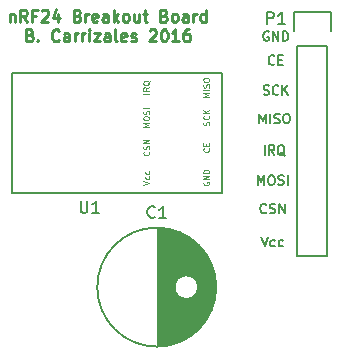
<source format=gto>
G04 #@! TF.FileFunction,Legend,Top*
%FSLAX46Y46*%
G04 Gerber Fmt 4.6, Leading zero omitted, Abs format (unit mm)*
G04 Created by KiCad (PCBNEW 4.0.2-stable) date Sunday, September 04, 2016 'PMt' 11:12:12 PM*
%MOMM*%
G01*
G04 APERTURE LIST*
%ADD10C,0.100000*%
%ADD11C,0.250000*%
%ADD12C,0.200000*%
%ADD13C,0.150000*%
%ADD14C,0.125000*%
G04 APERTURE END LIST*
D10*
D11*
X129231475Y-112752714D02*
X129231475Y-113419381D01*
X129231475Y-112847952D02*
X129279094Y-112800333D01*
X129374332Y-112752714D01*
X129517190Y-112752714D01*
X129612428Y-112800333D01*
X129660047Y-112895571D01*
X129660047Y-113419381D01*
X130707666Y-113419381D02*
X130374332Y-112943190D01*
X130136237Y-113419381D02*
X130136237Y-112419381D01*
X130517190Y-112419381D01*
X130612428Y-112467000D01*
X130660047Y-112514619D01*
X130707666Y-112609857D01*
X130707666Y-112752714D01*
X130660047Y-112847952D01*
X130612428Y-112895571D01*
X130517190Y-112943190D01*
X130136237Y-112943190D01*
X131469571Y-112895571D02*
X131136237Y-112895571D01*
X131136237Y-113419381D02*
X131136237Y-112419381D01*
X131612428Y-112419381D01*
X131945761Y-112514619D02*
X131993380Y-112467000D01*
X132088618Y-112419381D01*
X132326714Y-112419381D01*
X132421952Y-112467000D01*
X132469571Y-112514619D01*
X132517190Y-112609857D01*
X132517190Y-112705095D01*
X132469571Y-112847952D01*
X131898142Y-113419381D01*
X132517190Y-113419381D01*
X133374333Y-112752714D02*
X133374333Y-113419381D01*
X133136237Y-112371762D02*
X132898142Y-113086048D01*
X133517190Y-113086048D01*
X134993381Y-112895571D02*
X135136238Y-112943190D01*
X135183857Y-112990810D01*
X135231476Y-113086048D01*
X135231476Y-113228905D01*
X135183857Y-113324143D01*
X135136238Y-113371762D01*
X135041000Y-113419381D01*
X134660047Y-113419381D01*
X134660047Y-112419381D01*
X134993381Y-112419381D01*
X135088619Y-112467000D01*
X135136238Y-112514619D01*
X135183857Y-112609857D01*
X135183857Y-112705095D01*
X135136238Y-112800333D01*
X135088619Y-112847952D01*
X134993381Y-112895571D01*
X134660047Y-112895571D01*
X135660047Y-113419381D02*
X135660047Y-112752714D01*
X135660047Y-112943190D02*
X135707666Y-112847952D01*
X135755285Y-112800333D01*
X135850523Y-112752714D01*
X135945762Y-112752714D01*
X136660048Y-113371762D02*
X136564810Y-113419381D01*
X136374333Y-113419381D01*
X136279095Y-113371762D01*
X136231476Y-113276524D01*
X136231476Y-112895571D01*
X136279095Y-112800333D01*
X136374333Y-112752714D01*
X136564810Y-112752714D01*
X136660048Y-112800333D01*
X136707667Y-112895571D01*
X136707667Y-112990810D01*
X136231476Y-113086048D01*
X137564810Y-113419381D02*
X137564810Y-112895571D01*
X137517191Y-112800333D01*
X137421953Y-112752714D01*
X137231476Y-112752714D01*
X137136238Y-112800333D01*
X137564810Y-113371762D02*
X137469572Y-113419381D01*
X137231476Y-113419381D01*
X137136238Y-113371762D01*
X137088619Y-113276524D01*
X137088619Y-113181286D01*
X137136238Y-113086048D01*
X137231476Y-113038429D01*
X137469572Y-113038429D01*
X137564810Y-112990810D01*
X138041000Y-113419381D02*
X138041000Y-112419381D01*
X138136238Y-113038429D02*
X138421953Y-113419381D01*
X138421953Y-112752714D02*
X138041000Y-113133667D01*
X138993381Y-113419381D02*
X138898143Y-113371762D01*
X138850524Y-113324143D01*
X138802905Y-113228905D01*
X138802905Y-112943190D01*
X138850524Y-112847952D01*
X138898143Y-112800333D01*
X138993381Y-112752714D01*
X139136239Y-112752714D01*
X139231477Y-112800333D01*
X139279096Y-112847952D01*
X139326715Y-112943190D01*
X139326715Y-113228905D01*
X139279096Y-113324143D01*
X139231477Y-113371762D01*
X139136239Y-113419381D01*
X138993381Y-113419381D01*
X140183858Y-112752714D02*
X140183858Y-113419381D01*
X139755286Y-112752714D02*
X139755286Y-113276524D01*
X139802905Y-113371762D01*
X139898143Y-113419381D01*
X140041001Y-113419381D01*
X140136239Y-113371762D01*
X140183858Y-113324143D01*
X140517191Y-112752714D02*
X140898143Y-112752714D01*
X140660048Y-112419381D02*
X140660048Y-113276524D01*
X140707667Y-113371762D01*
X140802905Y-113419381D01*
X140898143Y-113419381D01*
X142326716Y-112895571D02*
X142469573Y-112943190D01*
X142517192Y-112990810D01*
X142564811Y-113086048D01*
X142564811Y-113228905D01*
X142517192Y-113324143D01*
X142469573Y-113371762D01*
X142374335Y-113419381D01*
X141993382Y-113419381D01*
X141993382Y-112419381D01*
X142326716Y-112419381D01*
X142421954Y-112467000D01*
X142469573Y-112514619D01*
X142517192Y-112609857D01*
X142517192Y-112705095D01*
X142469573Y-112800333D01*
X142421954Y-112847952D01*
X142326716Y-112895571D01*
X141993382Y-112895571D01*
X143136239Y-113419381D02*
X143041001Y-113371762D01*
X142993382Y-113324143D01*
X142945763Y-113228905D01*
X142945763Y-112943190D01*
X142993382Y-112847952D01*
X143041001Y-112800333D01*
X143136239Y-112752714D01*
X143279097Y-112752714D01*
X143374335Y-112800333D01*
X143421954Y-112847952D01*
X143469573Y-112943190D01*
X143469573Y-113228905D01*
X143421954Y-113324143D01*
X143374335Y-113371762D01*
X143279097Y-113419381D01*
X143136239Y-113419381D01*
X144326716Y-113419381D02*
X144326716Y-112895571D01*
X144279097Y-112800333D01*
X144183859Y-112752714D01*
X143993382Y-112752714D01*
X143898144Y-112800333D01*
X144326716Y-113371762D02*
X144231478Y-113419381D01*
X143993382Y-113419381D01*
X143898144Y-113371762D01*
X143850525Y-113276524D01*
X143850525Y-113181286D01*
X143898144Y-113086048D01*
X143993382Y-113038429D01*
X144231478Y-113038429D01*
X144326716Y-112990810D01*
X144802906Y-113419381D02*
X144802906Y-112752714D01*
X144802906Y-112943190D02*
X144850525Y-112847952D01*
X144898144Y-112800333D01*
X144993382Y-112752714D01*
X145088621Y-112752714D01*
X145850526Y-113419381D02*
X145850526Y-112419381D01*
X145850526Y-113371762D02*
X145755288Y-113419381D01*
X145564811Y-113419381D01*
X145469573Y-113371762D01*
X145421954Y-113324143D01*
X145374335Y-113228905D01*
X145374335Y-112943190D01*
X145421954Y-112847952D01*
X145469573Y-112800333D01*
X145564811Y-112752714D01*
X145755288Y-112752714D01*
X145850526Y-112800333D01*
X130945762Y-114545571D02*
X131088619Y-114593190D01*
X131136238Y-114640810D01*
X131183857Y-114736048D01*
X131183857Y-114878905D01*
X131136238Y-114974143D01*
X131088619Y-115021762D01*
X130993381Y-115069381D01*
X130612428Y-115069381D01*
X130612428Y-114069381D01*
X130945762Y-114069381D01*
X131041000Y-114117000D01*
X131088619Y-114164619D01*
X131136238Y-114259857D01*
X131136238Y-114355095D01*
X131088619Y-114450333D01*
X131041000Y-114497952D01*
X130945762Y-114545571D01*
X130612428Y-114545571D01*
X131612428Y-114974143D02*
X131660047Y-115021762D01*
X131612428Y-115069381D01*
X131564809Y-115021762D01*
X131612428Y-114974143D01*
X131612428Y-115069381D01*
X133421952Y-114974143D02*
X133374333Y-115021762D01*
X133231476Y-115069381D01*
X133136238Y-115069381D01*
X132993380Y-115021762D01*
X132898142Y-114926524D01*
X132850523Y-114831286D01*
X132802904Y-114640810D01*
X132802904Y-114497952D01*
X132850523Y-114307476D01*
X132898142Y-114212238D01*
X132993380Y-114117000D01*
X133136238Y-114069381D01*
X133231476Y-114069381D01*
X133374333Y-114117000D01*
X133421952Y-114164619D01*
X134279095Y-115069381D02*
X134279095Y-114545571D01*
X134231476Y-114450333D01*
X134136238Y-114402714D01*
X133945761Y-114402714D01*
X133850523Y-114450333D01*
X134279095Y-115021762D02*
X134183857Y-115069381D01*
X133945761Y-115069381D01*
X133850523Y-115021762D01*
X133802904Y-114926524D01*
X133802904Y-114831286D01*
X133850523Y-114736048D01*
X133945761Y-114688429D01*
X134183857Y-114688429D01*
X134279095Y-114640810D01*
X134755285Y-115069381D02*
X134755285Y-114402714D01*
X134755285Y-114593190D02*
X134802904Y-114497952D01*
X134850523Y-114450333D01*
X134945761Y-114402714D01*
X135041000Y-114402714D01*
X135374333Y-115069381D02*
X135374333Y-114402714D01*
X135374333Y-114593190D02*
X135421952Y-114497952D01*
X135469571Y-114450333D01*
X135564809Y-114402714D01*
X135660048Y-114402714D01*
X135993381Y-115069381D02*
X135993381Y-114402714D01*
X135993381Y-114069381D02*
X135945762Y-114117000D01*
X135993381Y-114164619D01*
X136041000Y-114117000D01*
X135993381Y-114069381D01*
X135993381Y-114164619D01*
X136374333Y-114402714D02*
X136898143Y-114402714D01*
X136374333Y-115069381D01*
X136898143Y-115069381D01*
X137707667Y-115069381D02*
X137707667Y-114545571D01*
X137660048Y-114450333D01*
X137564810Y-114402714D01*
X137374333Y-114402714D01*
X137279095Y-114450333D01*
X137707667Y-115021762D02*
X137612429Y-115069381D01*
X137374333Y-115069381D01*
X137279095Y-115021762D01*
X137231476Y-114926524D01*
X137231476Y-114831286D01*
X137279095Y-114736048D01*
X137374333Y-114688429D01*
X137612429Y-114688429D01*
X137707667Y-114640810D01*
X138326714Y-115069381D02*
X138231476Y-115021762D01*
X138183857Y-114926524D01*
X138183857Y-114069381D01*
X139088620Y-115021762D02*
X138993382Y-115069381D01*
X138802905Y-115069381D01*
X138707667Y-115021762D01*
X138660048Y-114926524D01*
X138660048Y-114545571D01*
X138707667Y-114450333D01*
X138802905Y-114402714D01*
X138993382Y-114402714D01*
X139088620Y-114450333D01*
X139136239Y-114545571D01*
X139136239Y-114640810D01*
X138660048Y-114736048D01*
X139517191Y-115021762D02*
X139612429Y-115069381D01*
X139802905Y-115069381D01*
X139898144Y-115021762D01*
X139945763Y-114926524D01*
X139945763Y-114878905D01*
X139898144Y-114783667D01*
X139802905Y-114736048D01*
X139660048Y-114736048D01*
X139564810Y-114688429D01*
X139517191Y-114593190D01*
X139517191Y-114545571D01*
X139564810Y-114450333D01*
X139660048Y-114402714D01*
X139802905Y-114402714D01*
X139898144Y-114450333D01*
X141088620Y-114164619D02*
X141136239Y-114117000D01*
X141231477Y-114069381D01*
X141469573Y-114069381D01*
X141564811Y-114117000D01*
X141612430Y-114164619D01*
X141660049Y-114259857D01*
X141660049Y-114355095D01*
X141612430Y-114497952D01*
X141041001Y-115069381D01*
X141660049Y-115069381D01*
X142279096Y-114069381D02*
X142374335Y-114069381D01*
X142469573Y-114117000D01*
X142517192Y-114164619D01*
X142564811Y-114259857D01*
X142612430Y-114450333D01*
X142612430Y-114688429D01*
X142564811Y-114878905D01*
X142517192Y-114974143D01*
X142469573Y-115021762D01*
X142374335Y-115069381D01*
X142279096Y-115069381D01*
X142183858Y-115021762D01*
X142136239Y-114974143D01*
X142088620Y-114878905D01*
X142041001Y-114688429D01*
X142041001Y-114450333D01*
X142088620Y-114259857D01*
X142136239Y-114164619D01*
X142183858Y-114117000D01*
X142279096Y-114069381D01*
X143564811Y-115069381D02*
X142993382Y-115069381D01*
X143279096Y-115069381D02*
X143279096Y-114069381D01*
X143183858Y-114212238D01*
X143088620Y-114307476D01*
X142993382Y-114355095D01*
X144421954Y-114069381D02*
X144231477Y-114069381D01*
X144136239Y-114117000D01*
X144088620Y-114164619D01*
X143993382Y-114307476D01*
X143945763Y-114497952D01*
X143945763Y-114878905D01*
X143993382Y-114974143D01*
X144041001Y-115021762D01*
X144136239Y-115069381D01*
X144326716Y-115069381D01*
X144421954Y-115021762D01*
X144469573Y-114974143D01*
X144517192Y-114878905D01*
X144517192Y-114640810D01*
X144469573Y-114545571D01*
X144421954Y-114497952D01*
X144326716Y-114450333D01*
X144136239Y-114450333D01*
X144041001Y-114497952D01*
X143993382Y-114545571D01*
X143945763Y-114640810D01*
D12*
X151155477Y-114281000D02*
X151079286Y-114242905D01*
X150965001Y-114242905D01*
X150850715Y-114281000D01*
X150774524Y-114357190D01*
X150736429Y-114433381D01*
X150698334Y-114585762D01*
X150698334Y-114700048D01*
X150736429Y-114852429D01*
X150774524Y-114928619D01*
X150850715Y-115004810D01*
X150965001Y-115042905D01*
X151041191Y-115042905D01*
X151155477Y-115004810D01*
X151193572Y-114966714D01*
X151193572Y-114700048D01*
X151041191Y-114700048D01*
X151536429Y-115042905D02*
X151536429Y-114242905D01*
X151993572Y-115042905D01*
X151993572Y-114242905D01*
X152374524Y-115042905D02*
X152374524Y-114242905D01*
X152565000Y-114242905D01*
X152679286Y-114281000D01*
X152755477Y-114357190D01*
X152793572Y-114433381D01*
X152831667Y-114585762D01*
X152831667Y-114700048D01*
X152793572Y-114852429D01*
X152755477Y-114928619D01*
X152679286Y-115004810D01*
X152565000Y-115042905D01*
X152374524Y-115042905D01*
X151650714Y-116998714D02*
X151612619Y-117036810D01*
X151498333Y-117074905D01*
X151422143Y-117074905D01*
X151307857Y-117036810D01*
X151231666Y-116960619D01*
X151193571Y-116884429D01*
X151155476Y-116732048D01*
X151155476Y-116617762D01*
X151193571Y-116465381D01*
X151231666Y-116389190D01*
X151307857Y-116313000D01*
X151422143Y-116274905D01*
X151498333Y-116274905D01*
X151612619Y-116313000D01*
X151650714Y-116351095D01*
X151993571Y-116655857D02*
X152260238Y-116655857D01*
X152374524Y-117074905D02*
X151993571Y-117074905D01*
X151993571Y-116274905D01*
X152374524Y-116274905D01*
X150736429Y-119576810D02*
X150850715Y-119614905D01*
X151041191Y-119614905D01*
X151117381Y-119576810D01*
X151155477Y-119538714D01*
X151193572Y-119462524D01*
X151193572Y-119386333D01*
X151155477Y-119310143D01*
X151117381Y-119272048D01*
X151041191Y-119233952D01*
X150888810Y-119195857D01*
X150812619Y-119157762D01*
X150774524Y-119119667D01*
X150736429Y-119043476D01*
X150736429Y-118967286D01*
X150774524Y-118891095D01*
X150812619Y-118853000D01*
X150888810Y-118814905D01*
X151079286Y-118814905D01*
X151193572Y-118853000D01*
X151993572Y-119538714D02*
X151955477Y-119576810D01*
X151841191Y-119614905D01*
X151765001Y-119614905D01*
X151650715Y-119576810D01*
X151574524Y-119500619D01*
X151536429Y-119424429D01*
X151498334Y-119272048D01*
X151498334Y-119157762D01*
X151536429Y-119005381D01*
X151574524Y-118929190D01*
X151650715Y-118853000D01*
X151765001Y-118814905D01*
X151841191Y-118814905D01*
X151955477Y-118853000D01*
X151993572Y-118891095D01*
X152336429Y-119614905D02*
X152336429Y-118814905D01*
X152793572Y-119614905D02*
X152450715Y-119157762D01*
X152793572Y-118814905D02*
X152336429Y-119272048D01*
X150380857Y-122027905D02*
X150380857Y-121227905D01*
X150647524Y-121799333D01*
X150914191Y-121227905D01*
X150914191Y-122027905D01*
X151295143Y-122027905D02*
X151295143Y-121227905D01*
X151638000Y-121989810D02*
X151752286Y-122027905D01*
X151942762Y-122027905D01*
X152018952Y-121989810D01*
X152057048Y-121951714D01*
X152095143Y-121875524D01*
X152095143Y-121799333D01*
X152057048Y-121723143D01*
X152018952Y-121685048D01*
X151942762Y-121646952D01*
X151790381Y-121608857D01*
X151714190Y-121570762D01*
X151676095Y-121532667D01*
X151638000Y-121456476D01*
X151638000Y-121380286D01*
X151676095Y-121304095D01*
X151714190Y-121266000D01*
X151790381Y-121227905D01*
X151980857Y-121227905D01*
X152095143Y-121266000D01*
X152590381Y-121227905D02*
X152742762Y-121227905D01*
X152818953Y-121266000D01*
X152895143Y-121342190D01*
X152933238Y-121494571D01*
X152933238Y-121761238D01*
X152895143Y-121913619D01*
X152818953Y-121989810D01*
X152742762Y-122027905D01*
X152590381Y-122027905D01*
X152514191Y-121989810D01*
X152438000Y-121913619D01*
X152399905Y-121761238D01*
X152399905Y-121494571D01*
X152438000Y-121342190D01*
X152514191Y-121266000D01*
X152590381Y-121227905D01*
X150818953Y-124694905D02*
X150818953Y-123894905D01*
X151657048Y-124694905D02*
X151390381Y-124313952D01*
X151199905Y-124694905D02*
X151199905Y-123894905D01*
X151504667Y-123894905D01*
X151580858Y-123933000D01*
X151618953Y-123971095D01*
X151657048Y-124047286D01*
X151657048Y-124161571D01*
X151618953Y-124237762D01*
X151580858Y-124275857D01*
X151504667Y-124313952D01*
X151199905Y-124313952D01*
X152533239Y-124771095D02*
X152457048Y-124733000D01*
X152380858Y-124656810D01*
X152266572Y-124542524D01*
X152190381Y-124504429D01*
X152114191Y-124504429D01*
X152152286Y-124694905D02*
X152076096Y-124656810D01*
X151999905Y-124580619D01*
X151961810Y-124428238D01*
X151961810Y-124161571D01*
X151999905Y-124009190D01*
X152076096Y-123933000D01*
X152152286Y-123894905D01*
X152304667Y-123894905D01*
X152380858Y-123933000D01*
X152457048Y-124009190D01*
X152495143Y-124161571D01*
X152495143Y-124428238D01*
X152457048Y-124580619D01*
X152380858Y-124656810D01*
X152304667Y-124694905D01*
X152152286Y-124694905D01*
X150253857Y-127234905D02*
X150253857Y-126434905D01*
X150520524Y-127006333D01*
X150787191Y-126434905D01*
X150787191Y-127234905D01*
X151320524Y-126434905D02*
X151472905Y-126434905D01*
X151549096Y-126473000D01*
X151625286Y-126549190D01*
X151663381Y-126701571D01*
X151663381Y-126968238D01*
X151625286Y-127120619D01*
X151549096Y-127196810D01*
X151472905Y-127234905D01*
X151320524Y-127234905D01*
X151244334Y-127196810D01*
X151168143Y-127120619D01*
X151130048Y-126968238D01*
X151130048Y-126701571D01*
X151168143Y-126549190D01*
X151244334Y-126473000D01*
X151320524Y-126434905D01*
X151968143Y-127196810D02*
X152082429Y-127234905D01*
X152272905Y-127234905D01*
X152349095Y-127196810D01*
X152387191Y-127158714D01*
X152425286Y-127082524D01*
X152425286Y-127006333D01*
X152387191Y-126930143D01*
X152349095Y-126892048D01*
X152272905Y-126853952D01*
X152120524Y-126815857D01*
X152044333Y-126777762D01*
X152006238Y-126739667D01*
X151968143Y-126663476D01*
X151968143Y-126587286D01*
X152006238Y-126511095D01*
X152044333Y-126473000D01*
X152120524Y-126434905D01*
X152311000Y-126434905D01*
X152425286Y-126473000D01*
X152768143Y-127234905D02*
X152768143Y-126434905D01*
X150958619Y-129571714D02*
X150920524Y-129609810D01*
X150806238Y-129647905D01*
X150730048Y-129647905D01*
X150615762Y-129609810D01*
X150539571Y-129533619D01*
X150501476Y-129457429D01*
X150463381Y-129305048D01*
X150463381Y-129190762D01*
X150501476Y-129038381D01*
X150539571Y-128962190D01*
X150615762Y-128886000D01*
X150730048Y-128847905D01*
X150806238Y-128847905D01*
X150920524Y-128886000D01*
X150958619Y-128924095D01*
X151263381Y-129609810D02*
X151377667Y-129647905D01*
X151568143Y-129647905D01*
X151644333Y-129609810D01*
X151682429Y-129571714D01*
X151720524Y-129495524D01*
X151720524Y-129419333D01*
X151682429Y-129343143D01*
X151644333Y-129305048D01*
X151568143Y-129266952D01*
X151415762Y-129228857D01*
X151339571Y-129190762D01*
X151301476Y-129152667D01*
X151263381Y-129076476D01*
X151263381Y-129000286D01*
X151301476Y-128924095D01*
X151339571Y-128886000D01*
X151415762Y-128847905D01*
X151606238Y-128847905D01*
X151720524Y-128886000D01*
X152063381Y-129647905D02*
X152063381Y-128847905D01*
X152520524Y-129647905D01*
X152520524Y-128847905D01*
X150558619Y-131641905D02*
X150825286Y-132441905D01*
X151091953Y-131641905D01*
X151701476Y-132403810D02*
X151625286Y-132441905D01*
X151472905Y-132441905D01*
X151396714Y-132403810D01*
X151358619Y-132365714D01*
X151320524Y-132289524D01*
X151320524Y-132060952D01*
X151358619Y-131984762D01*
X151396714Y-131946667D01*
X151472905Y-131908571D01*
X151625286Y-131908571D01*
X151701476Y-131946667D01*
X152387190Y-132403810D02*
X152311000Y-132441905D01*
X152158619Y-132441905D01*
X152082428Y-132403810D01*
X152044333Y-132365714D01*
X152006238Y-132289524D01*
X152006238Y-132060952D01*
X152044333Y-131984762D01*
X152082428Y-131946667D01*
X152158619Y-131908571D01*
X152311000Y-131908571D01*
X152387190Y-131946667D01*
D13*
X156128333Y-115445000D02*
X156128333Y-133225000D01*
X156128333Y-133225000D02*
X153588333Y-133225000D01*
X153588333Y-133225000D02*
X153588333Y-115445000D01*
X156408333Y-112625000D02*
X156408333Y-114175000D01*
X156128333Y-115445000D02*
X153588333Y-115445000D01*
X153308333Y-114175000D02*
X153308333Y-112625000D01*
X153308333Y-112625000D02*
X156408333Y-112625000D01*
X129400000Y-117720000D02*
X129400000Y-127880000D01*
X147180000Y-117720000D02*
X147180000Y-127880000D01*
X129400000Y-127880000D02*
X147180000Y-127880000D01*
X147180000Y-117720000D02*
X129400000Y-117720000D01*
X141767000Y-130891000D02*
X141767000Y-140889000D01*
X141907000Y-130895000D02*
X141907000Y-140885000D01*
X142047000Y-130903000D02*
X142047000Y-140877000D01*
X142187000Y-130915000D02*
X142187000Y-140865000D01*
X142327000Y-130930000D02*
X142327000Y-140850000D01*
X142467000Y-130950000D02*
X142467000Y-140830000D01*
X142607000Y-130974000D02*
X142607000Y-140806000D01*
X142747000Y-131003000D02*
X142747000Y-140777000D01*
X142887000Y-131035000D02*
X142887000Y-140745000D01*
X143027000Y-131072000D02*
X143027000Y-140708000D01*
X143167000Y-131113000D02*
X143167000Y-140667000D01*
X143307000Y-131158000D02*
X143307000Y-135424000D01*
X143307000Y-136356000D02*
X143307000Y-140622000D01*
X143447000Y-131208000D02*
X143447000Y-135223000D01*
X143447000Y-136557000D02*
X143447000Y-140572000D01*
X143587000Y-131263000D02*
X143587000Y-135094000D01*
X143587000Y-136686000D02*
X143587000Y-140517000D01*
X143727000Y-131323000D02*
X143727000Y-135005000D01*
X143727000Y-136775000D02*
X143727000Y-140457000D01*
X143867000Y-131388000D02*
X143867000Y-134944000D01*
X143867000Y-136836000D02*
X143867000Y-140392000D01*
X144007000Y-131458000D02*
X144007000Y-134907000D01*
X144007000Y-136873000D02*
X144007000Y-140322000D01*
X144147000Y-131534000D02*
X144147000Y-134891000D01*
X144147000Y-136889000D02*
X144147000Y-140246000D01*
X144287000Y-131616000D02*
X144287000Y-134895000D01*
X144287000Y-136885000D02*
X144287000Y-140164000D01*
X144427000Y-131704000D02*
X144427000Y-134918000D01*
X144427000Y-136862000D02*
X144427000Y-140076000D01*
X144567000Y-131799000D02*
X144567000Y-134963000D01*
X144567000Y-136817000D02*
X144567000Y-139981000D01*
X144707000Y-131901000D02*
X144707000Y-135033000D01*
X144707000Y-136747000D02*
X144707000Y-139879000D01*
X144847000Y-132011000D02*
X144847000Y-135134000D01*
X144847000Y-136646000D02*
X144847000Y-139769000D01*
X144987000Y-132129000D02*
X144987000Y-135283000D01*
X144987000Y-136497000D02*
X144987000Y-139651000D01*
X145127000Y-132257000D02*
X145127000Y-135535000D01*
X145127000Y-136245000D02*
X145127000Y-139523000D01*
X145267000Y-132394000D02*
X145267000Y-139386000D01*
X145407000Y-132544000D02*
X145407000Y-139236000D01*
X145547000Y-132706000D02*
X145547000Y-139074000D01*
X145687000Y-132883000D02*
X145687000Y-138897000D01*
X145827000Y-133079000D02*
X145827000Y-138701000D01*
X145967000Y-133297000D02*
X145967000Y-138483000D01*
X146107000Y-133543000D02*
X146107000Y-138237000D01*
X146247000Y-133828000D02*
X146247000Y-137952000D01*
X146387000Y-134170000D02*
X146387000Y-137610000D01*
X146527000Y-134616000D02*
X146527000Y-137164000D01*
X146667000Y-135391000D02*
X146667000Y-136389000D01*
X145192000Y-135890000D02*
G75*
G03X145192000Y-135890000I-1000000J0D01*
G01*
X146729500Y-135890000D02*
G75*
G03X146729500Y-135890000I-5037500J0D01*
G01*
X151026905Y-113609381D02*
X151026905Y-112609381D01*
X151407858Y-112609381D01*
X151503096Y-112657000D01*
X151550715Y-112704619D01*
X151598334Y-112799857D01*
X151598334Y-112942714D01*
X151550715Y-113037952D01*
X151503096Y-113085571D01*
X151407858Y-113133190D01*
X151026905Y-113133190D01*
X152550715Y-113609381D02*
X151979286Y-113609381D01*
X152265000Y-113609381D02*
X152265000Y-112609381D01*
X152169762Y-112752238D01*
X152074524Y-112847476D01*
X151979286Y-112895095D01*
X135242095Y-128602381D02*
X135242095Y-129411905D01*
X135289714Y-129507143D01*
X135337333Y-129554762D01*
X135432571Y-129602381D01*
X135623048Y-129602381D01*
X135718286Y-129554762D01*
X135765905Y-129507143D01*
X135813524Y-129411905D01*
X135813524Y-128602381D01*
X136813524Y-129602381D02*
X136242095Y-129602381D01*
X136527809Y-129602381D02*
X136527809Y-128602381D01*
X136432571Y-128745238D01*
X136337333Y-128840476D01*
X136242095Y-128888095D01*
D14*
X140556190Y-127205237D02*
X141056190Y-127038570D01*
X140556190Y-126871904D01*
X141032381Y-126490952D02*
X141056190Y-126538571D01*
X141056190Y-126633809D01*
X141032381Y-126681428D01*
X141008571Y-126705237D01*
X140960952Y-126729047D01*
X140818095Y-126729047D01*
X140770476Y-126705237D01*
X140746667Y-126681428D01*
X140722857Y-126633809D01*
X140722857Y-126538571D01*
X140746667Y-126490952D01*
X141032381Y-126062381D02*
X141056190Y-126110000D01*
X141056190Y-126205238D01*
X141032381Y-126252857D01*
X141008571Y-126276666D01*
X140960952Y-126300476D01*
X140818095Y-126300476D01*
X140770476Y-126276666D01*
X140746667Y-126252857D01*
X140722857Y-126205238D01*
X140722857Y-126110000D01*
X140746667Y-126062381D01*
X141008571Y-124415238D02*
X141032381Y-124439048D01*
X141056190Y-124510476D01*
X141056190Y-124558095D01*
X141032381Y-124629524D01*
X140984762Y-124677143D01*
X140937143Y-124700952D01*
X140841905Y-124724762D01*
X140770476Y-124724762D01*
X140675238Y-124700952D01*
X140627619Y-124677143D01*
X140580000Y-124629524D01*
X140556190Y-124558095D01*
X140556190Y-124510476D01*
X140580000Y-124439048D01*
X140603810Y-124415238D01*
X141032381Y-124224762D02*
X141056190Y-124153333D01*
X141056190Y-124034286D01*
X141032381Y-123986667D01*
X141008571Y-123962857D01*
X140960952Y-123939048D01*
X140913333Y-123939048D01*
X140865714Y-123962857D01*
X140841905Y-123986667D01*
X140818095Y-124034286D01*
X140794286Y-124129524D01*
X140770476Y-124177143D01*
X140746667Y-124200952D01*
X140699048Y-124224762D01*
X140651429Y-124224762D01*
X140603810Y-124200952D01*
X140580000Y-124177143D01*
X140556190Y-124129524D01*
X140556190Y-124010476D01*
X140580000Y-123939048D01*
X141056190Y-123724762D02*
X140556190Y-123724762D01*
X141056190Y-123439048D01*
X140556190Y-123439048D01*
X141056190Y-122315714D02*
X140556190Y-122315714D01*
X140913333Y-122149048D01*
X140556190Y-121982381D01*
X141056190Y-121982381D01*
X140556190Y-121649047D02*
X140556190Y-121553809D01*
X140580000Y-121506190D01*
X140627619Y-121458571D01*
X140722857Y-121434762D01*
X140889524Y-121434762D01*
X140984762Y-121458571D01*
X141032381Y-121506190D01*
X141056190Y-121553809D01*
X141056190Y-121649047D01*
X141032381Y-121696666D01*
X140984762Y-121744285D01*
X140889524Y-121768095D01*
X140722857Y-121768095D01*
X140627619Y-121744285D01*
X140580000Y-121696666D01*
X140556190Y-121649047D01*
X141032381Y-121244285D02*
X141056190Y-121172856D01*
X141056190Y-121053809D01*
X141032381Y-121006190D01*
X141008571Y-120982380D01*
X140960952Y-120958571D01*
X140913333Y-120958571D01*
X140865714Y-120982380D01*
X140841905Y-121006190D01*
X140818095Y-121053809D01*
X140794286Y-121149047D01*
X140770476Y-121196666D01*
X140746667Y-121220475D01*
X140699048Y-121244285D01*
X140651429Y-121244285D01*
X140603810Y-121220475D01*
X140580000Y-121196666D01*
X140556190Y-121149047D01*
X140556190Y-121029999D01*
X140580000Y-120958571D01*
X141056190Y-120744285D02*
X140556190Y-120744285D01*
X141056190Y-119501904D02*
X140556190Y-119501904D01*
X141056190Y-118978095D02*
X140818095Y-119144762D01*
X141056190Y-119263809D02*
X140556190Y-119263809D01*
X140556190Y-119073333D01*
X140580000Y-119025714D01*
X140603810Y-119001905D01*
X140651429Y-118978095D01*
X140722857Y-118978095D01*
X140770476Y-119001905D01*
X140794286Y-119025714D01*
X140818095Y-119073333D01*
X140818095Y-119263809D01*
X141103810Y-118430476D02*
X141080000Y-118478095D01*
X141032381Y-118525714D01*
X140960952Y-118597143D01*
X140937143Y-118644762D01*
X140937143Y-118692381D01*
X141056190Y-118668571D02*
X141032381Y-118716190D01*
X140984762Y-118763809D01*
X140889524Y-118787619D01*
X140722857Y-118787619D01*
X140627619Y-118763809D01*
X140580000Y-118716190D01*
X140556190Y-118668571D01*
X140556190Y-118573333D01*
X140580000Y-118525714D01*
X140627619Y-118478095D01*
X140722857Y-118454286D01*
X140889524Y-118454286D01*
X140984762Y-118478095D01*
X141032381Y-118525714D01*
X141056190Y-118573333D01*
X141056190Y-118668571D01*
X146136190Y-119775714D02*
X145636190Y-119775714D01*
X145993333Y-119609048D01*
X145636190Y-119442381D01*
X146136190Y-119442381D01*
X146136190Y-119204285D02*
X145636190Y-119204285D01*
X146112381Y-118990000D02*
X146136190Y-118918571D01*
X146136190Y-118799524D01*
X146112381Y-118751905D01*
X146088571Y-118728095D01*
X146040952Y-118704286D01*
X145993333Y-118704286D01*
X145945714Y-118728095D01*
X145921905Y-118751905D01*
X145898095Y-118799524D01*
X145874286Y-118894762D01*
X145850476Y-118942381D01*
X145826667Y-118966190D01*
X145779048Y-118990000D01*
X145731429Y-118990000D01*
X145683810Y-118966190D01*
X145660000Y-118942381D01*
X145636190Y-118894762D01*
X145636190Y-118775714D01*
X145660000Y-118704286D01*
X145636190Y-118394762D02*
X145636190Y-118299524D01*
X145660000Y-118251905D01*
X145707619Y-118204286D01*
X145802857Y-118180477D01*
X145969524Y-118180477D01*
X146064762Y-118204286D01*
X146112381Y-118251905D01*
X146136190Y-118299524D01*
X146136190Y-118394762D01*
X146112381Y-118442381D01*
X146064762Y-118490000D01*
X145969524Y-118513810D01*
X145802857Y-118513810D01*
X145707619Y-118490000D01*
X145660000Y-118442381D01*
X145636190Y-118394762D01*
X146112381Y-122172857D02*
X146136190Y-122101428D01*
X146136190Y-121982381D01*
X146112381Y-121934762D01*
X146088571Y-121910952D01*
X146040952Y-121887143D01*
X145993333Y-121887143D01*
X145945714Y-121910952D01*
X145921905Y-121934762D01*
X145898095Y-121982381D01*
X145874286Y-122077619D01*
X145850476Y-122125238D01*
X145826667Y-122149047D01*
X145779048Y-122172857D01*
X145731429Y-122172857D01*
X145683810Y-122149047D01*
X145660000Y-122125238D01*
X145636190Y-122077619D01*
X145636190Y-121958571D01*
X145660000Y-121887143D01*
X146088571Y-121387143D02*
X146112381Y-121410953D01*
X146136190Y-121482381D01*
X146136190Y-121530000D01*
X146112381Y-121601429D01*
X146064762Y-121649048D01*
X146017143Y-121672857D01*
X145921905Y-121696667D01*
X145850476Y-121696667D01*
X145755238Y-121672857D01*
X145707619Y-121649048D01*
X145660000Y-121601429D01*
X145636190Y-121530000D01*
X145636190Y-121482381D01*
X145660000Y-121410953D01*
X145683810Y-121387143D01*
X146136190Y-121172857D02*
X145636190Y-121172857D01*
X146136190Y-120887143D02*
X145850476Y-121101429D01*
X145636190Y-120887143D02*
X145921905Y-121172857D01*
X146088571Y-124141428D02*
X146112381Y-124165238D01*
X146136190Y-124236666D01*
X146136190Y-124284285D01*
X146112381Y-124355714D01*
X146064762Y-124403333D01*
X146017143Y-124427142D01*
X145921905Y-124450952D01*
X145850476Y-124450952D01*
X145755238Y-124427142D01*
X145707619Y-124403333D01*
X145660000Y-124355714D01*
X145636190Y-124284285D01*
X145636190Y-124236666D01*
X145660000Y-124165238D01*
X145683810Y-124141428D01*
X145874286Y-123927142D02*
X145874286Y-123760476D01*
X146136190Y-123689047D02*
X146136190Y-123927142D01*
X145636190Y-123927142D01*
X145636190Y-123689047D01*
X145660000Y-126990953D02*
X145636190Y-127038572D01*
X145636190Y-127110000D01*
X145660000Y-127181429D01*
X145707619Y-127229048D01*
X145755238Y-127252857D01*
X145850476Y-127276667D01*
X145921905Y-127276667D01*
X146017143Y-127252857D01*
X146064762Y-127229048D01*
X146112381Y-127181429D01*
X146136190Y-127110000D01*
X146136190Y-127062381D01*
X146112381Y-126990953D01*
X146088571Y-126967143D01*
X145921905Y-126967143D01*
X145921905Y-127062381D01*
X146136190Y-126752857D02*
X145636190Y-126752857D01*
X146136190Y-126467143D01*
X145636190Y-126467143D01*
X146136190Y-126229047D02*
X145636190Y-126229047D01*
X145636190Y-126110000D01*
X145660000Y-126038571D01*
X145707619Y-125990952D01*
X145755238Y-125967143D01*
X145850476Y-125943333D01*
X145921905Y-125943333D01*
X146017143Y-125967143D01*
X146064762Y-125990952D01*
X146112381Y-126038571D01*
X146136190Y-126110000D01*
X146136190Y-126229047D01*
D13*
X141525334Y-129947143D02*
X141477715Y-129994762D01*
X141334858Y-130042381D01*
X141239620Y-130042381D01*
X141096762Y-129994762D01*
X141001524Y-129899524D01*
X140953905Y-129804286D01*
X140906286Y-129613810D01*
X140906286Y-129470952D01*
X140953905Y-129280476D01*
X141001524Y-129185238D01*
X141096762Y-129090000D01*
X141239620Y-129042381D01*
X141334858Y-129042381D01*
X141477715Y-129090000D01*
X141525334Y-129137619D01*
X142477715Y-130042381D02*
X141906286Y-130042381D01*
X142192000Y-130042381D02*
X142192000Y-129042381D01*
X142096762Y-129185238D01*
X142001524Y-129280476D01*
X141906286Y-129328095D01*
M02*

</source>
